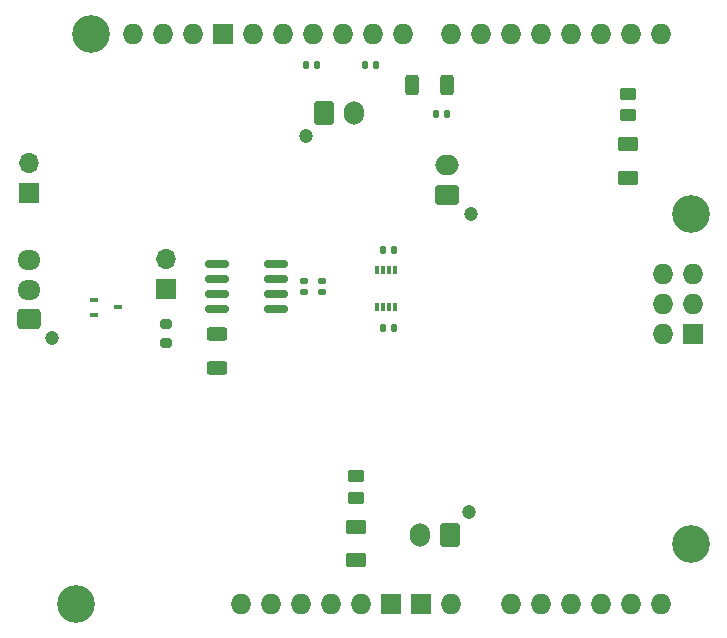
<source format=gts>
G04 #@! TF.GenerationSoftware,KiCad,Pcbnew,8.0.2*
G04 #@! TF.CreationDate,2025-02-02T01:14:39-07:00*
G04 #@! TF.ProjectId,drs,6472732e-6b69-4636-9164-5f7063625858,v1*
G04 #@! TF.SameCoordinates,Original*
G04 #@! TF.FileFunction,Soldermask,Top*
G04 #@! TF.FilePolarity,Negative*
%FSLAX46Y46*%
G04 Gerber Fmt 4.6, Leading zero omitted, Abs format (unit mm)*
G04 Created by KiCad (PCBNEW 8.0.2) date 2025-02-02 01:14:39*
%MOMM*%
%LPD*%
G01*
G04 APERTURE LIST*
G04 Aperture macros list*
%AMRoundRect*
0 Rectangle with rounded corners*
0 $1 Rounding radius*
0 $2 $3 $4 $5 $6 $7 $8 $9 X,Y pos of 4 corners*
0 Add a 4 corners polygon primitive as box body*
4,1,4,$2,$3,$4,$5,$6,$7,$8,$9,$2,$3,0*
0 Add four circle primitives for the rounded corners*
1,1,$1+$1,$2,$3*
1,1,$1+$1,$4,$5*
1,1,$1+$1,$6,$7*
1,1,$1+$1,$8,$9*
0 Add four rect primitives between the rounded corners*
20,1,$1+$1,$2,$3,$4,$5,0*
20,1,$1+$1,$4,$5,$6,$7,0*
20,1,$1+$1,$6,$7,$8,$9,0*
20,1,$1+$1,$8,$9,$2,$3,0*%
G04 Aperture macros list end*
%ADD10C,1.200000*%
%ADD11RoundRect,0.250000X0.750000X-0.600000X0.750000X0.600000X-0.750000X0.600000X-0.750000X-0.600000X0*%
%ADD12O,2.000000X1.700000*%
%ADD13RoundRect,0.250000X0.312500X0.625000X-0.312500X0.625000X-0.312500X-0.625000X0.312500X-0.625000X0*%
%ADD14RoundRect,0.200000X0.275000X-0.200000X0.275000X0.200000X-0.275000X0.200000X-0.275000X-0.200000X0*%
%ADD15RoundRect,0.140000X-0.170000X0.140000X-0.170000X-0.140000X0.170000X-0.140000X0.170000X0.140000X0*%
%ADD16RoundRect,0.140000X-0.140000X-0.170000X0.140000X-0.170000X0.140000X0.170000X-0.140000X0.170000X0*%
%ADD17R,1.700000X1.700000*%
%ADD18O,1.700000X1.700000*%
%ADD19RoundRect,0.250000X0.450000X-0.262500X0.450000X0.262500X-0.450000X0.262500X-0.450000X-0.262500X0*%
%ADD20RoundRect,0.250000X-0.625000X0.312500X-0.625000X-0.312500X0.625000X-0.312500X0.625000X0.312500X0*%
%ADD21RoundRect,0.250000X-0.625000X0.375000X-0.625000X-0.375000X0.625000X-0.375000X0.625000X0.375000X0*%
%ADD22RoundRect,0.250000X-0.600000X-0.750000X0.600000X-0.750000X0.600000X0.750000X-0.600000X0.750000X0*%
%ADD23O,1.700000X2.000000*%
%ADD24RoundRect,0.147500X0.147500X0.172500X-0.147500X0.172500X-0.147500X-0.172500X0.147500X-0.172500X0*%
%ADD25C,3.200000*%
%ADD26O,1.727200X1.727200*%
%ADD27R,1.727200X1.727200*%
%ADD28RoundRect,0.250000X0.725000X-0.600000X0.725000X0.600000X-0.725000X0.600000X-0.725000X-0.600000X0*%
%ADD29O,1.950000X1.700000*%
%ADD30RoundRect,0.147500X-0.147500X-0.172500X0.147500X-0.172500X0.147500X0.172500X-0.147500X0.172500X0*%
%ADD31R,0.300000X0.800000*%
%ADD32R,0.700000X0.450000*%
%ADD33RoundRect,0.250000X0.600000X0.750000X-0.600000X0.750000X-0.600000X-0.750000X0.600000X-0.750000X0*%
%ADD34RoundRect,0.150000X0.825000X0.150000X-0.825000X0.150000X-0.825000X-0.150000X0.825000X-0.150000X0*%
G04 APERTURE END LIST*
D10*
X162275000Y-86750000D03*
D11*
X160275000Y-85150000D03*
D12*
X160275000Y-82650000D03*
D13*
X160262500Y-75900000D03*
X157337500Y-75900000D03*
D14*
X136500000Y-97725000D03*
X136500000Y-96075000D03*
D15*
X149700000Y-92420000D03*
X149700000Y-93380000D03*
D16*
X154820000Y-89800000D03*
X155780000Y-89800000D03*
D17*
X136500000Y-93100000D03*
D18*
X136500000Y-90560000D03*
D15*
X148200000Y-92420000D03*
X148200000Y-93380000D03*
D19*
X152600000Y-110812500D03*
X152600000Y-108987500D03*
X175600000Y-78412500D03*
X175600000Y-76587500D03*
D20*
X140800000Y-96937500D03*
X140800000Y-99862500D03*
D17*
X124900000Y-84975000D03*
D18*
X124900000Y-82435000D03*
D16*
X154820000Y-96400000D03*
X155780000Y-96400000D03*
D21*
X175600000Y-80900000D03*
X175600000Y-83700000D03*
D10*
X148300000Y-80200000D03*
D22*
X149900000Y-78200000D03*
D23*
X152400000Y-78200000D03*
D24*
X154285000Y-74200000D03*
X153315000Y-74200000D03*
D25*
X128870000Y-119800000D03*
X130140000Y-71540000D03*
X180940000Y-86780000D03*
X180940000Y-114720000D03*
D26*
X150460000Y-119800000D03*
X153000000Y-119800000D03*
X181067000Y-91860000D03*
X165700000Y-119800000D03*
X168240000Y-119800000D03*
X170780000Y-119800000D03*
X173320000Y-119800000D03*
X175860000Y-119800000D03*
X178400000Y-119800000D03*
X138776000Y-71540000D03*
X142840000Y-119800000D03*
X178400000Y-71540000D03*
X175860000Y-71540000D03*
X173320000Y-71540000D03*
X170780000Y-71540000D03*
X168240000Y-71540000D03*
X165700000Y-71540000D03*
X163160000Y-71540000D03*
X160620000Y-71540000D03*
X156556000Y-71540000D03*
X154016000Y-71540000D03*
X151476000Y-71540000D03*
X148936000Y-71540000D03*
X146396000Y-71540000D03*
X143856000Y-71540000D03*
D27*
X141316000Y-71540000D03*
X155540000Y-119800000D03*
X158080000Y-119800000D03*
X181067000Y-96940000D03*
D26*
X145380000Y-119800000D03*
X178527000Y-91860000D03*
X181067000Y-94400000D03*
X147920000Y-119800000D03*
X178527000Y-96940000D03*
X178527000Y-94400000D03*
X133696000Y-71540000D03*
X136236000Y-71540000D03*
X160620000Y-119800000D03*
D10*
X126875000Y-97300000D03*
D28*
X124875000Y-95700000D03*
D29*
X124875000Y-93200000D03*
X124875000Y-90700000D03*
D30*
X148315000Y-74200000D03*
X149285000Y-74200000D03*
D31*
X155850000Y-91550000D03*
X155350000Y-91550000D03*
X154850000Y-91550000D03*
X154350000Y-91550000D03*
X154350000Y-94650000D03*
X154850000Y-94650000D03*
X155350000Y-94650000D03*
X155850000Y-94650000D03*
D30*
X159330000Y-78300000D03*
X160300000Y-78300000D03*
D32*
X130400000Y-94050000D03*
X130400000Y-95350000D03*
X132400000Y-94700000D03*
D10*
X162100000Y-112000000D03*
D33*
X160500000Y-114000000D03*
D23*
X158000000Y-114000000D03*
D21*
X152600000Y-113300000D03*
X152600000Y-116100000D03*
D34*
X145775000Y-94805000D03*
X145775000Y-93535000D03*
X145775000Y-92265000D03*
X145775000Y-90995000D03*
X140825000Y-90995000D03*
X140825000Y-92265000D03*
X140825000Y-93535000D03*
X140825000Y-94805000D03*
M02*

</source>
